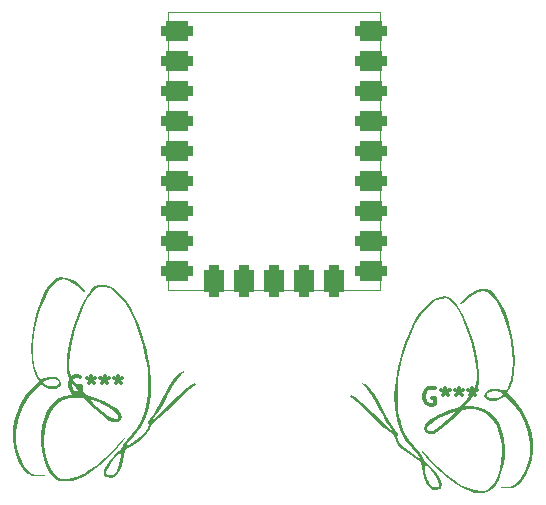
<source format=gto>
G04 #@! TF.GenerationSoftware,KiCad,Pcbnew,9.0.0*
G04 #@! TF.CreationDate,2025-03-22T22:46:10+01:00*
G04 #@! TF.ProjectId,chouchou_mx,63686f75-6368-46f7-955f-6d782e6b6963,v1.0.0*
G04 #@! TF.SameCoordinates,Original*
G04 #@! TF.FileFunction,Legend,Top*
G04 #@! TF.FilePolarity,Positive*
%FSLAX46Y46*%
G04 Gerber Fmt 4.6, Leading zero omitted, Abs format (unit mm)*
G04 Created by KiCad (PCBNEW 9.0.0) date 2025-03-22 22:46:10*
%MOMM*%
%LPD*%
G01*
G04 APERTURE LIST*
G04 Aperture macros list*
%AMRoundRect*
0 Rectangle with rounded corners*
0 $1 Rounding radius*
0 $2 $3 $4 $5 $6 $7 $8 $9 X,Y pos of 4 corners*
0 Add a 4 corners polygon primitive as box body*
4,1,4,$2,$3,$4,$5,$6,$7,$8,$9,$2,$3,0*
0 Add four circle primitives for the rounded corners*
1,1,$1+$1,$2,$3*
1,1,$1+$1,$4,$5*
1,1,$1+$1,$6,$7*
1,1,$1+$1,$8,$9*
0 Add four rect primitives between the rounded corners*
20,1,$1+$1,$2,$3,$4,$5,0*
20,1,$1+$1,$4,$5,$6,$7,0*
20,1,$1+$1,$6,$7,$8,$9,0*
20,1,$1+$1,$8,$9,$2,$3,0*%
G04 Aperture macros list end*
%ADD10C,0.300000*%
%ADD11C,0.000000*%
%ADD12C,0.120000*%
%ADD13C,1.801800*%
%ADD14C,3.100000*%
%ADD15C,4.087800*%
%ADD16C,0.800000*%
%ADD17C,4.500000*%
%ADD18C,2.386000*%
%ADD19RoundRect,0.425000X-0.925000X-0.425000X0.925000X-0.425000X0.925000X0.425000X-0.925000X0.425000X0*%
%ADD20RoundRect,0.425050X-0.924950X-0.425050X0.924950X-0.425050X0.924950X0.425050X-0.924950X0.425050X0*%
%ADD21RoundRect,0.425000X-0.425000X-0.925000X0.425000X-0.925000X0.425000X0.925000X-0.425000X0.925000X0*%
%ADD22RoundRect,0.418700X-0.418700X-0.931300X0.418700X-0.931300X0.418700X0.931300X-0.418700X0.931300X0*%
G04 APERTURE END LIST*
D10*
X195957972Y-161537157D02*
X195815115Y-161465728D01*
X195815115Y-161465728D02*
X195600829Y-161465728D01*
X195600829Y-161465728D02*
X195386543Y-161537157D01*
X195386543Y-161537157D02*
X195243686Y-161680014D01*
X195243686Y-161680014D02*
X195172257Y-161822871D01*
X195172257Y-161822871D02*
X195100829Y-162108585D01*
X195100829Y-162108585D02*
X195100829Y-162322871D01*
X195100829Y-162322871D02*
X195172257Y-162608585D01*
X195172257Y-162608585D02*
X195243686Y-162751442D01*
X195243686Y-162751442D02*
X195386543Y-162894300D01*
X195386543Y-162894300D02*
X195600829Y-162965728D01*
X195600829Y-162965728D02*
X195743686Y-162965728D01*
X195743686Y-162965728D02*
X195957972Y-162894300D01*
X195957972Y-162894300D02*
X196029400Y-162822871D01*
X196029400Y-162822871D02*
X196029400Y-162322871D01*
X196029400Y-162322871D02*
X195743686Y-162322871D01*
X196886543Y-161465728D02*
X196886543Y-161822871D01*
X196529400Y-161680014D02*
X196886543Y-161822871D01*
X196886543Y-161822871D02*
X197243686Y-161680014D01*
X196672257Y-162108585D02*
X196886543Y-161822871D01*
X196886543Y-161822871D02*
X197100829Y-162108585D01*
X198029400Y-161465728D02*
X198029400Y-161822871D01*
X197672257Y-161680014D02*
X198029400Y-161822871D01*
X198029400Y-161822871D02*
X198386543Y-161680014D01*
X197815114Y-162108585D02*
X198029400Y-161822871D01*
X198029400Y-161822871D02*
X198243686Y-162108585D01*
X199172257Y-161465728D02*
X199172257Y-161822871D01*
X198815114Y-161680014D02*
X199172257Y-161822871D01*
X199172257Y-161822871D02*
X199529400Y-161680014D01*
X198957971Y-162108585D02*
X199172257Y-161822871D01*
X199172257Y-161822871D02*
X199386543Y-162108585D01*
X225957972Y-162537157D02*
X225815115Y-162465728D01*
X225815115Y-162465728D02*
X225600829Y-162465728D01*
X225600829Y-162465728D02*
X225386543Y-162537157D01*
X225386543Y-162537157D02*
X225243686Y-162680014D01*
X225243686Y-162680014D02*
X225172257Y-162822871D01*
X225172257Y-162822871D02*
X225100829Y-163108585D01*
X225100829Y-163108585D02*
X225100829Y-163322871D01*
X225100829Y-163322871D02*
X225172257Y-163608585D01*
X225172257Y-163608585D02*
X225243686Y-163751442D01*
X225243686Y-163751442D02*
X225386543Y-163894300D01*
X225386543Y-163894300D02*
X225600829Y-163965728D01*
X225600829Y-163965728D02*
X225743686Y-163965728D01*
X225743686Y-163965728D02*
X225957972Y-163894300D01*
X225957972Y-163894300D02*
X226029400Y-163822871D01*
X226029400Y-163822871D02*
X226029400Y-163322871D01*
X226029400Y-163322871D02*
X225743686Y-163322871D01*
X226886543Y-162465728D02*
X226886543Y-162822871D01*
X226529400Y-162680014D02*
X226886543Y-162822871D01*
X226886543Y-162822871D02*
X227243686Y-162680014D01*
X226672257Y-163108585D02*
X226886543Y-162822871D01*
X226886543Y-162822871D02*
X227100829Y-163108585D01*
X228029400Y-162465728D02*
X228029400Y-162822871D01*
X227672257Y-162680014D02*
X228029400Y-162822871D01*
X228029400Y-162822871D02*
X228386543Y-162680014D01*
X227815114Y-163108585D02*
X228029400Y-162822871D01*
X228029400Y-162822871D02*
X228243686Y-163108585D01*
X229172257Y-162465728D02*
X229172257Y-162822871D01*
X228815114Y-162680014D02*
X229172257Y-162822871D01*
X229172257Y-162822871D02*
X229529400Y-162680014D01*
X228957971Y-163108585D02*
X229172257Y-162822871D01*
X229172257Y-162822871D02*
X229386543Y-163108585D01*
D11*
G36*
X194724503Y-153153915D02*
G01*
X195135463Y-153261648D01*
X195529195Y-153476519D01*
X195951340Y-153817821D01*
X196021426Y-153882509D01*
X196273610Y-154138849D01*
X196404971Y-154312666D01*
X196419788Y-154392348D01*
X196322339Y-154366282D01*
X196116902Y-154222855D01*
X195948622Y-154080129D01*
X195439690Y-153674408D01*
X194989178Y-153421151D01*
X194586731Y-153318084D01*
X194221998Y-153362932D01*
X193884627Y-153553420D01*
X193816442Y-153611573D01*
X193526685Y-153945578D01*
X193229749Y-154418826D01*
X192938236Y-155002387D01*
X192664746Y-155667331D01*
X192421882Y-156384727D01*
X192222246Y-157125645D01*
X192157940Y-157419067D01*
X192053519Y-158053199D01*
X191987561Y-158718271D01*
X191961381Y-159369654D01*
X191976292Y-159962720D01*
X192033607Y-160452841D01*
X192064507Y-160594067D01*
X192216953Y-161099841D01*
X192375877Y-161461664D01*
X192536529Y-161670766D01*
X192675076Y-161721530D01*
X192856487Y-161687632D01*
X193108629Y-161622792D01*
X193176481Y-161602944D01*
X193563241Y-161540521D01*
X193915250Y-161581670D01*
X194187222Y-161717433D01*
X194281395Y-161821545D01*
X194372161Y-162067490D01*
X194323566Y-162279318D01*
X194164003Y-162445974D01*
X193921867Y-162556400D01*
X193625553Y-162599541D01*
X193303454Y-162564340D01*
X192983965Y-162439740D01*
X192873498Y-162369763D01*
X192608334Y-162180949D01*
X192186625Y-162594008D01*
X191594702Y-163286453D01*
X191117330Y-164079377D01*
X190770203Y-164938439D01*
X190569013Y-165829298D01*
X190531103Y-166216628D01*
X190530289Y-166999833D01*
X190631168Y-167691268D01*
X190842194Y-168340516D01*
X190925190Y-168527962D01*
X191221887Y-169086254D01*
X191523021Y-169488197D01*
X191844563Y-169746385D01*
X192202485Y-169873410D01*
X192612755Y-169881865D01*
X192638654Y-169878964D01*
X192885613Y-169862980D01*
X193000269Y-169886126D01*
X193001468Y-169911066D01*
X192896713Y-169953298D01*
X192673711Y-169982602D01*
X192418773Y-169992067D01*
X192089694Y-169979005D01*
X191855318Y-169926094D01*
X191642118Y-169812751D01*
X191550626Y-169749022D01*
X191148166Y-169360824D01*
X190811216Y-168842215D01*
X190547471Y-168221940D01*
X190364626Y-167528746D01*
X190270376Y-166791380D01*
X190272418Y-166038587D01*
X190369905Y-165338379D01*
X190580486Y-164631350D01*
X190902793Y-163907820D01*
X191308828Y-163216686D01*
X191770590Y-162606847D01*
X192160677Y-162210921D01*
X192354244Y-162040968D01*
X192792067Y-162040968D01*
X192868382Y-162162877D01*
X193065189Y-162261898D01*
X193334276Y-162329765D01*
X193627435Y-162358212D01*
X193896455Y-162338972D01*
X194092826Y-162264000D01*
X194194910Y-162114385D01*
X194187591Y-162017752D01*
X194053617Y-161868050D01*
X193823654Y-161759215D01*
X193570568Y-161719342D01*
X193454475Y-161735057D01*
X193119962Y-161843726D01*
X192889917Y-161947307D01*
X192793316Y-162032419D01*
X192792067Y-162040968D01*
X192354244Y-162040968D01*
X192457189Y-161950581D01*
X192236885Y-161515833D01*
X191986280Y-160853211D01*
X191840433Y-160067262D01*
X191799829Y-159168077D01*
X191864949Y-158165748D01*
X192026685Y-157119411D01*
X192216316Y-156297138D01*
X192450777Y-155535963D01*
X192721272Y-154851652D01*
X193019003Y-154259969D01*
X193335173Y-153776679D01*
X193660984Y-153417546D01*
X193987638Y-153198337D01*
X194250675Y-153134028D01*
X194724503Y-153153915D01*
G37*
G36*
X198076534Y-153759155D02*
G01*
X198392885Y-153843695D01*
X198715668Y-154023534D01*
X199072793Y-154314343D01*
X199492170Y-154731795D01*
X199506279Y-154746729D01*
X199904718Y-155214408D01*
X200226045Y-155706509D01*
X200443911Y-156128021D01*
X200913832Y-157200205D01*
X201305366Y-158271847D01*
X201599315Y-159289310D01*
X201645597Y-159485523D01*
X201886529Y-160789651D01*
X201995698Y-161989844D01*
X201972613Y-163089135D01*
X201816782Y-164090555D01*
X201527713Y-164997135D01*
X201104914Y-165811907D01*
X200547893Y-166537902D01*
X200491721Y-166598396D01*
X200249025Y-166863498D01*
X200046158Y-167099090D01*
X199916243Y-167266196D01*
X199893738Y-167302032D01*
X199847050Y-167405286D01*
X199890070Y-167414351D01*
X200050059Y-167337137D01*
X200330686Y-167167800D01*
X200665490Y-166930590D01*
X201007562Y-166662639D01*
X201309994Y-166401078D01*
X201525876Y-166183038D01*
X201557798Y-166143679D01*
X201713083Y-165877166D01*
X201763696Y-165642585D01*
X201702871Y-165479629D01*
X201674709Y-165457853D01*
X201665329Y-165364412D01*
X201785002Y-165191385D01*
X201836373Y-165135356D01*
X201995589Y-164949480D01*
X202170566Y-164703755D01*
X202373762Y-164377626D01*
X202617637Y-163950539D01*
X202914649Y-163401939D01*
X203100747Y-163049400D01*
X203473738Y-162372206D01*
X203803588Y-161848422D01*
X204097190Y-161469688D01*
X204361439Y-161227641D01*
X204603227Y-161113921D01*
X204705921Y-161102383D01*
X204764523Y-161128772D01*
X204673971Y-161211896D01*
X204592821Y-161263831D01*
X204451804Y-161373514D01*
X204297375Y-161545939D01*
X204117893Y-161798965D01*
X203901717Y-162150453D01*
X203637206Y-162618263D01*
X203312719Y-163220256D01*
X203291070Y-163261067D01*
X202929536Y-163919988D01*
X202612617Y-164445322D01*
X202324710Y-164861747D01*
X202114102Y-165122410D01*
X201893734Y-165375086D01*
X202105400Y-165209860D01*
X202226772Y-165103328D01*
X202447962Y-164897672D01*
X202748209Y-164612657D01*
X203106754Y-164268049D01*
X203502835Y-163883613D01*
X203671734Y-163718605D01*
X204211929Y-163197024D01*
X204650515Y-162790717D01*
X204999855Y-162489717D01*
X205272310Y-162284059D01*
X205480241Y-162163780D01*
X205636011Y-162118913D01*
X205657196Y-162118067D01*
X205745445Y-162156698D01*
X205714780Y-162240786D01*
X205587691Y-162322626D01*
X205555567Y-162333662D01*
X205440961Y-162409355D01*
X205229232Y-162588024D01*
X204940884Y-162850832D01*
X204596418Y-163178942D01*
X204216337Y-163553517D01*
X204095067Y-163675538D01*
X203687736Y-164079686D01*
X203289865Y-164460420D01*
X202927156Y-164794188D01*
X202625314Y-165057438D01*
X202410043Y-165226618D01*
X202380567Y-165246496D01*
X202107164Y-165449666D01*
X201957719Y-165621357D01*
X201936067Y-165692530D01*
X201858414Y-165990048D01*
X201635454Y-166326592D01*
X201282185Y-166686638D01*
X200813607Y-167054660D01*
X200306234Y-167379552D01*
X200035742Y-167549728D01*
X199833908Y-167699744D01*
X199736772Y-167802182D01*
X199733031Y-167815635D01*
X199694968Y-168216444D01*
X199604539Y-168679662D01*
X199480220Y-169125920D01*
X199351828Y-169453208D01*
X199109526Y-169832164D01*
X198831470Y-170068821D01*
X198534143Y-170155310D01*
X198234023Y-170083759D01*
X198144906Y-170029599D01*
X197991551Y-169838800D01*
X197983585Y-169708883D01*
X198177895Y-169708883D01*
X198184185Y-169791003D01*
X198298449Y-169882170D01*
X198500523Y-169905468D01*
X198724826Y-169864758D01*
X198905776Y-169763903D01*
X198921802Y-169747568D01*
X199056446Y-169545572D01*
X199180848Y-169267072D01*
X199286140Y-168949784D01*
X199363454Y-168631424D01*
X199403922Y-168349708D01*
X199398675Y-168142353D01*
X199338847Y-168047073D01*
X199322183Y-168044734D01*
X199178508Y-168115542D01*
X198988215Y-168303404D01*
X198775315Y-168571473D01*
X198563822Y-168882902D01*
X198377746Y-169200844D01*
X198241100Y-169488454D01*
X198177895Y-169708883D01*
X197983585Y-169708883D01*
X197975144Y-169571227D01*
X198096165Y-169218330D01*
X198201900Y-169018400D01*
X198356967Y-168786252D01*
X198566819Y-168520064D01*
X198800324Y-168253628D01*
X199026354Y-168020737D01*
X199213779Y-167855183D01*
X199331468Y-167790758D01*
X199332840Y-167790734D01*
X199403253Y-167719804D01*
X199505773Y-167538981D01*
X199566371Y-167407469D01*
X199698274Y-167176246D01*
X199914869Y-166875996D01*
X200179439Y-166555733D01*
X200319899Y-166401659D01*
X200761934Y-165877566D01*
X201102170Y-165332090D01*
X201367474Y-164714658D01*
X201562632Y-164062521D01*
X201648305Y-163589279D01*
X201701658Y-162996246D01*
X201722652Y-162329860D01*
X201711249Y-161636559D01*
X201667410Y-160962780D01*
X201591095Y-160354960D01*
X201565853Y-160213067D01*
X201292997Y-158984701D01*
X200966315Y-157862402D01*
X200590994Y-156858569D01*
X200172224Y-155985605D01*
X199715191Y-155255910D01*
X199270980Y-154727422D01*
X198991429Y-154462980D01*
X198716103Y-154232503D01*
X198492566Y-154074954D01*
X198439158Y-154046027D01*
X198037989Y-153926971D01*
X197622274Y-153921962D01*
X197327103Y-154003026D01*
X197090720Y-154184374D01*
X196833403Y-154510636D01*
X196563804Y-154959997D01*
X196290578Y-155510642D01*
X196022376Y-156140758D01*
X195767851Y-156828529D01*
X195535658Y-157552140D01*
X195334449Y-158289778D01*
X195172877Y-159019627D01*
X195059677Y-159719232D01*
X195006021Y-160377407D01*
X195035094Y-160920295D01*
X195154077Y-161384151D01*
X195370150Y-161805235D01*
X195512411Y-162005338D01*
X195844033Y-162427160D01*
X196106396Y-162734500D01*
X196327920Y-162951197D01*
X196537022Y-163101091D01*
X196762122Y-163208020D01*
X197031640Y-163295823D01*
X197060623Y-163304046D01*
X197498798Y-163449204D01*
X197963320Y-163639604D01*
X198414732Y-163855316D01*
X198813576Y-164076413D01*
X199120395Y-164282964D01*
X199269031Y-164419465D01*
X199438485Y-164709735D01*
X199475512Y-164989094D01*
X199390636Y-165223098D01*
X199194379Y-165377303D01*
X198963313Y-165420067D01*
X198710513Y-165383753D01*
X198430383Y-165266565D01*
X198104253Y-165056135D01*
X197713456Y-164740095D01*
X197239322Y-164306076D01*
X197143978Y-164214749D01*
X196446744Y-163543192D01*
X196904311Y-163543192D01*
X196917452Y-163617754D01*
X197060592Y-163782347D01*
X197327947Y-164041411D01*
X197364067Y-164075282D01*
X197881173Y-164533658D01*
X198322620Y-164871618D01*
X198682533Y-165086047D01*
X198955037Y-165173828D01*
X199134255Y-165131843D01*
X199193577Y-165045683D01*
X199182160Y-164848808D01*
X199022495Y-164619316D01*
X198729581Y-164369584D01*
X198318416Y-164111990D01*
X197803997Y-163858913D01*
X197702734Y-163815275D01*
X197291167Y-163646394D01*
X197026954Y-163554219D01*
X196904311Y-163543192D01*
X196446744Y-163543192D01*
X196249124Y-163352850D01*
X195716808Y-163318954D01*
X195066943Y-163339593D01*
X194518158Y-163492712D01*
X194062965Y-163780842D01*
X193909782Y-163929711D01*
X193447420Y-164550542D01*
X193125051Y-165259664D01*
X192941464Y-166060958D01*
X192895447Y-166958307D01*
X192902961Y-167155734D01*
X192985216Y-167912912D01*
X193143998Y-168595778D01*
X193370598Y-169184138D01*
X193656310Y-169657801D01*
X193992427Y-169996573D01*
X194176354Y-170108912D01*
X194368390Y-170190983D01*
X194546276Y-170225863D01*
X194769774Y-170217441D01*
X195098649Y-170169607D01*
X195101559Y-170169126D01*
X195669527Y-170023977D01*
X196231629Y-169790825D01*
X196274794Y-169768542D01*
X196740063Y-169485266D01*
X197269298Y-169098903D01*
X197824506Y-168641563D01*
X198367695Y-168145357D01*
X198860871Y-167642392D01*
X199070733Y-167405582D01*
X199334569Y-167105534D01*
X199539941Y-166889961D01*
X199676304Y-166765563D01*
X199733113Y-166739041D01*
X199699823Y-166817094D01*
X199565890Y-167006423D01*
X199434015Y-167174750D01*
X198865105Y-167832059D01*
X198246530Y-168456235D01*
X197604172Y-169026250D01*
X196963912Y-169521080D01*
X196351632Y-169919698D01*
X195793212Y-170201078D01*
X195634651Y-170261363D01*
X195179103Y-170371066D01*
X194704934Y-170405243D01*
X194272394Y-170363467D01*
X193992609Y-170273011D01*
X193639443Y-170010872D01*
X193330678Y-169609816D01*
X193072018Y-169095779D01*
X192869165Y-168494699D01*
X192727825Y-167832510D01*
X192653700Y-167135149D01*
X192652496Y-166428552D01*
X192729915Y-165738655D01*
X192868698Y-165162475D01*
X193157625Y-164461248D01*
X193541037Y-163898949D01*
X194016758Y-163477298D01*
X194582614Y-163198012D01*
X195236430Y-163062811D01*
X195542736Y-163049400D01*
X196017088Y-163049400D01*
X195590356Y-162522009D01*
X195284454Y-162125884D01*
X195077308Y-161798121D01*
X194948338Y-161486949D01*
X194876962Y-161140593D01*
X194842601Y-160707282D01*
X194839422Y-160632977D01*
X194866405Y-159762541D01*
X195007425Y-158802896D01*
X195255038Y-157782801D01*
X195601802Y-156731016D01*
X196040272Y-155676300D01*
X196219402Y-155300889D01*
X196503261Y-154756990D01*
X196754127Y-154353942D01*
X196991717Y-154071672D01*
X197235747Y-153890110D01*
X197505933Y-153789184D01*
X197738704Y-153754243D01*
X198076534Y-153759155D01*
G37*
G36*
X230308125Y-154134028D02*
G01*
X230628882Y-154226369D01*
X230956030Y-154471596D01*
X231280770Y-154853944D01*
X231594306Y-155357648D01*
X231887839Y-155966943D01*
X232152574Y-156666066D01*
X232379711Y-157439250D01*
X232532116Y-158119411D01*
X232698850Y-159210988D01*
X232759398Y-160209075D01*
X232714243Y-161103582D01*
X232563867Y-161884418D01*
X232321915Y-162515833D01*
X232101612Y-162950581D01*
X232398123Y-163210921D01*
X232884284Y-163720703D01*
X233337080Y-164350836D01*
X233728512Y-165052421D01*
X234030582Y-165776561D01*
X234188896Y-166338379D01*
X234289089Y-167079311D01*
X234285714Y-167832004D01*
X234186465Y-168567713D01*
X233999037Y-169257691D01*
X233731127Y-169873192D01*
X233390428Y-170385469D01*
X233008174Y-170749022D01*
X232783615Y-170890955D01*
X232566034Y-170964574D01*
X232281904Y-170990462D01*
X232140027Y-170992067D01*
X231854928Y-170980105D01*
X231642980Y-170948946D01*
X231557332Y-170911066D01*
X231599268Y-170869520D01*
X231784375Y-170866143D01*
X231920146Y-170878964D01*
X232333965Y-170877040D01*
X232694503Y-170757280D01*
X233017729Y-170507093D01*
X233319616Y-170113885D01*
X233616133Y-169565065D01*
X233633610Y-169527962D01*
X233878155Y-168881674D01*
X234010103Y-168207576D01*
X234037906Y-167456085D01*
X234027698Y-167216628D01*
X233894634Y-166322655D01*
X233608831Y-165445596D01*
X233185981Y-164619790D01*
X232641778Y-163879580D01*
X232372175Y-163594008D01*
X231950467Y-163180949D01*
X231685302Y-163369763D01*
X231373846Y-163529774D01*
X231049409Y-163596348D01*
X230740385Y-163580541D01*
X230475168Y-163493411D01*
X230282152Y-163346012D01*
X230189732Y-163149402D01*
X230210239Y-163017752D01*
X230371209Y-163017752D01*
X230382101Y-163172157D01*
X230520949Y-163287070D01*
X230749419Y-163354958D01*
X231029178Y-163368289D01*
X231321891Y-163319529D01*
X231516938Y-163242893D01*
X231687347Y-163135237D01*
X231766102Y-163046968D01*
X231766734Y-163041498D01*
X231688482Y-162959135D01*
X231472811Y-162856797D01*
X231148343Y-162747723D01*
X231104325Y-162735057D01*
X230867894Y-162728187D01*
X230616863Y-162804826D01*
X230424095Y-162936877D01*
X230371209Y-163017752D01*
X230210239Y-163017752D01*
X230226302Y-162914637D01*
X230277405Y-162821545D01*
X230490371Y-162640469D01*
X230806739Y-162549384D01*
X231181223Y-162557249D01*
X231382319Y-162602944D01*
X231706211Y-162690996D01*
X231914847Y-162710871D01*
X232051478Y-162653969D01*
X232159354Y-162511688D01*
X232198004Y-162440734D01*
X232425942Y-161848319D01*
X232560520Y-161136861D01*
X232602482Y-160328092D01*
X232552571Y-159443748D01*
X232411530Y-158505562D01*
X232180103Y-157535267D01*
X232011465Y-156986473D01*
X231775077Y-156351633D01*
X231506621Y-155759016D01*
X231223646Y-155241462D01*
X230943699Y-154831809D01*
X230742359Y-154611573D01*
X230409409Y-154390859D01*
X230051266Y-154315308D01*
X229657578Y-154387195D01*
X229217994Y-154608795D01*
X228722160Y-154982384D01*
X228610179Y-155080129D01*
X228343635Y-155297492D01*
X228182580Y-155390709D01*
X228131292Y-155371394D01*
X228194050Y-155251159D01*
X228375130Y-155041618D01*
X228537374Y-154882509D01*
X228967906Y-154520131D01*
X229363030Y-154287140D01*
X229768389Y-154164242D01*
X230229624Y-154132147D01*
X230308125Y-154134028D01*
G37*
G36*
X226820096Y-154754243D02*
G01*
X227123009Y-154807676D01*
X227384912Y-154926625D01*
X227625522Y-155131162D01*
X227864555Y-155441357D01*
X228121727Y-155877282D01*
X228339398Y-156300889D01*
X228809106Y-157349610D01*
X229189789Y-158405767D01*
X229474005Y-159440601D01*
X229654312Y-160425355D01*
X229723265Y-161331267D01*
X229719378Y-161632977D01*
X229688730Y-162083471D01*
X229624099Y-162439384D01*
X229504905Y-162752488D01*
X229310566Y-163074555D01*
X229020503Y-163457360D01*
X228968444Y-163522009D01*
X228541712Y-164049400D01*
X229016064Y-164049400D01*
X229625788Y-164097362D01*
X230139604Y-164250372D01*
X230588252Y-164510462D01*
X231039153Y-164938501D01*
X231401455Y-165488200D01*
X231671784Y-166134896D01*
X231846767Y-166853926D01*
X231923031Y-167620627D01*
X231897202Y-168410336D01*
X231765907Y-169198391D01*
X231525772Y-169960128D01*
X231379090Y-170292313D01*
X231123414Y-170753209D01*
X230860775Y-171070409D01*
X230559477Y-171267732D01*
X230187821Y-171369000D01*
X229913410Y-171393764D01*
X229309974Y-171363982D01*
X228924149Y-171265757D01*
X228374724Y-171014850D01*
X227764965Y-170639783D01*
X227121124Y-170161913D01*
X226469455Y-169602601D01*
X225836213Y-168983206D01*
X225247652Y-168325085D01*
X225124785Y-168174750D01*
X224925922Y-167915986D01*
X224833980Y-167772488D01*
X224838415Y-167737554D01*
X224928683Y-167804485D01*
X225094237Y-167966580D01*
X225324534Y-168217139D01*
X225488067Y-168405582D01*
X225943302Y-168900260D01*
X226466978Y-169403754D01*
X227021101Y-169883956D01*
X227567679Y-170308755D01*
X228068719Y-170646042D01*
X228284006Y-170768542D01*
X228840308Y-171007258D01*
X229412271Y-171161317D01*
X229457241Y-171169126D01*
X229787096Y-171217232D01*
X230011143Y-171225953D01*
X230189144Y-171191401D01*
X230380863Y-171109685D01*
X230382446Y-171108912D01*
X230747381Y-170841512D01*
X231057099Y-170438782D01*
X231307574Y-169926802D01*
X231494781Y-169331653D01*
X231614692Y-168679415D01*
X231663283Y-167996168D01*
X231636526Y-167307993D01*
X231530396Y-166640971D01*
X231340866Y-166021181D01*
X231212146Y-165734339D01*
X230850760Y-165155138D01*
X230427666Y-164731222D01*
X229932903Y-164456642D01*
X229356512Y-164325451D01*
X228841992Y-164318954D01*
X228309677Y-164352850D01*
X227414822Y-165214749D01*
X226923756Y-165671250D01*
X226519378Y-166007552D01*
X226183018Y-166236024D01*
X225896007Y-166369035D01*
X225639677Y-166418952D01*
X225595487Y-166420067D01*
X225317422Y-166354859D01*
X225142288Y-166182198D01*
X225088476Y-165967865D01*
X225345627Y-165967865D01*
X225402687Y-166106518D01*
X225564184Y-166155736D01*
X225807526Y-166110441D01*
X226110116Y-165965555D01*
X226185385Y-165917831D01*
X226413867Y-165748714D01*
X226714338Y-165502269D01*
X227037669Y-165219506D01*
X227194734Y-165075282D01*
X227472333Y-164811461D01*
X227634881Y-164643854D01*
X227694051Y-164556360D01*
X227661516Y-164532878D01*
X227575734Y-164549786D01*
X227171897Y-164683790D01*
X226738925Y-164868059D01*
X226312994Y-165082582D01*
X225930278Y-165307345D01*
X225626953Y-165522333D01*
X225439193Y-165707535D01*
X225415599Y-165744853D01*
X225345627Y-165967865D01*
X225088476Y-165967865D01*
X225080608Y-165936528D01*
X225142906Y-165652293D01*
X225289770Y-165419465D01*
X225498923Y-165237671D01*
X225830461Y-165025999D01*
X226244926Y-164804376D01*
X226702860Y-164592732D01*
X227164807Y-164410995D01*
X227498177Y-164304046D01*
X227773400Y-164216820D01*
X228001502Y-164112736D01*
X228210903Y-163967956D01*
X228430022Y-163758639D01*
X228687278Y-163460946D01*
X229011089Y-163051040D01*
X229046390Y-163005338D01*
X229312255Y-162591951D01*
X229477540Y-162153416D01*
X229549424Y-161653477D01*
X229535088Y-161055875D01*
X229499123Y-160719232D01*
X229386190Y-160021382D01*
X229224960Y-159292353D01*
X229024163Y-158554460D01*
X228792532Y-157830017D01*
X228538798Y-157141340D01*
X228271693Y-156510742D01*
X227999948Y-155960538D01*
X227732294Y-155513043D01*
X227477465Y-155190571D01*
X227272483Y-155028823D01*
X226895079Y-154919775D01*
X226470617Y-154934841D01*
X226119642Y-155046027D01*
X225923082Y-155171596D01*
X225659324Y-155382715D01*
X225375934Y-155640420D01*
X225287821Y-155727422D01*
X224800513Y-156316145D01*
X224346752Y-157059410D01*
X223931727Y-157944813D01*
X223560624Y-158959955D01*
X223238632Y-160092433D01*
X222992947Y-161213067D01*
X222908158Y-161796055D01*
X222855855Y-162457111D01*
X222835997Y-163149797D01*
X222848548Y-163827676D01*
X222893467Y-164444311D01*
X222970717Y-164953264D01*
X222996169Y-165062521D01*
X223217328Y-165786728D01*
X223489468Y-166393899D01*
X223839458Y-166934605D01*
X224238902Y-167401659D01*
X224513755Y-167713375D01*
X224759214Y-168029876D01*
X224938559Y-168302151D01*
X224992430Y-168407469D01*
X225100169Y-168628919D01*
X225192176Y-168767348D01*
X225225960Y-168790734D01*
X225342006Y-168852886D01*
X225528385Y-169016817D01*
X225753966Y-169248733D01*
X225987622Y-169514843D01*
X226198220Y-169781354D01*
X226354633Y-170014474D01*
X226356901Y-170018400D01*
X226543352Y-170414810D01*
X226592145Y-170721835D01*
X226503763Y-170948025D01*
X226413895Y-171029599D01*
X226116188Y-171150662D01*
X225816271Y-171111297D01*
X225530626Y-170919375D01*
X225275733Y-170582766D01*
X225206972Y-170453208D01*
X225067793Y-170092620D01*
X224945511Y-169642074D01*
X224882393Y-169307172D01*
X225152255Y-169307172D01*
X225185396Y-169578645D01*
X225256929Y-169893334D01*
X225357984Y-170213522D01*
X225479694Y-170501492D01*
X225613192Y-170719530D01*
X225636998Y-170747568D01*
X225808108Y-170855539D01*
X226030620Y-170903839D01*
X226238954Y-170888606D01*
X226367527Y-170805978D01*
X226374616Y-170791003D01*
X226364618Y-170625999D01*
X226267346Y-170372589D01*
X226106812Y-170067621D01*
X225907028Y-169747941D01*
X225692006Y-169450395D01*
X225485759Y-169211831D01*
X225312297Y-169069094D01*
X225236617Y-169044734D01*
X225166372Y-169116629D01*
X225152255Y-169307172D01*
X224882393Y-169307172D01*
X224858601Y-169180934D01*
X224825769Y-168815635D01*
X224756563Y-168727374D01*
X224574714Y-168585491D01*
X224316261Y-168417403D01*
X224252567Y-168379552D01*
X223693118Y-168017613D01*
X223235494Y-167649692D01*
X222894692Y-167291314D01*
X222685712Y-166958003D01*
X222622734Y-166692530D01*
X222547963Y-166546326D01*
X222337878Y-166357244D01*
X222178234Y-166246496D01*
X221982672Y-166098228D01*
X221695569Y-165851334D01*
X221342628Y-165529368D01*
X220949552Y-165155881D01*
X220542046Y-164754424D01*
X220463734Y-164675538D01*
X220076802Y-164290429D01*
X219719161Y-163945974D01*
X219411312Y-163661009D01*
X219173758Y-163454372D01*
X219027000Y-163344898D01*
X219003234Y-163333662D01*
X218860843Y-163257436D01*
X218810738Y-163170179D01*
X218875404Y-163119596D01*
X218901605Y-163118067D01*
X219050080Y-163151643D01*
X219248713Y-163259017D01*
X219509865Y-163450152D01*
X219845897Y-163735013D01*
X220269171Y-164123567D01*
X220792049Y-164625778D01*
X220887067Y-164718605D01*
X221292559Y-165113683D01*
X221669050Y-165477060D01*
X221995780Y-165788969D01*
X222251987Y-166029646D01*
X222416912Y-166179326D01*
X222453400Y-166209860D01*
X222665067Y-166375086D01*
X222444698Y-166122410D01*
X222176442Y-165782817D01*
X221889987Y-165353876D01*
X221570040Y-164811352D01*
X221270020Y-164261067D01*
X220940612Y-163649797D01*
X220671901Y-163173847D01*
X220452266Y-162815419D01*
X220270089Y-162556718D01*
X220113749Y-162379947D01*
X219971627Y-162267311D01*
X219965980Y-162263831D01*
X219813032Y-162155543D01*
X219811175Y-162106757D01*
X219852879Y-162102383D01*
X220086853Y-162161415D01*
X220340204Y-162345032D01*
X220619826Y-162661598D01*
X220932611Y-163119472D01*
X221285455Y-163727018D01*
X221458053Y-164049400D01*
X221788801Y-164671863D01*
X222059709Y-165161756D01*
X222283238Y-165539635D01*
X222471845Y-165826054D01*
X222637990Y-166041568D01*
X222722427Y-166135356D01*
X222874297Y-166326162D01*
X222899504Y-166442149D01*
X222884092Y-166457853D01*
X222798523Y-166600309D01*
X222825841Y-166822892D01*
X222959280Y-167085907D01*
X223001003Y-167143679D01*
X223190877Y-167346769D01*
X223477883Y-167601757D01*
X223815111Y-167871510D01*
X224155652Y-168118897D01*
X224452597Y-168306787D01*
X224508741Y-168337137D01*
X224669743Y-168414719D01*
X224711675Y-168404707D01*
X224665062Y-168302032D01*
X224569454Y-168169057D01*
X224388990Y-167953590D01*
X224156793Y-167694606D01*
X224067079Y-167598396D01*
X223498073Y-166880165D01*
X223063332Y-166073428D01*
X222762365Y-165175153D01*
X222594679Y-164182308D01*
X222559784Y-163091863D01*
X222657187Y-161900784D01*
X222886397Y-160606042D01*
X222913203Y-160485523D01*
X223184871Y-159485713D01*
X223558043Y-158420774D01*
X224013520Y-157344344D01*
X224114889Y-157128021D01*
X224415562Y-156565789D01*
X224752241Y-156088535D01*
X225052522Y-155746729D01*
X225474243Y-155325156D01*
X225832859Y-155030705D01*
X226156279Y-154847704D01*
X226472413Y-154760481D01*
X226809172Y-154753365D01*
X226820096Y-154754243D01*
G37*
D12*
X203380000Y-130710000D02*
X203380000Y-154210000D01*
X203380000Y-154210000D02*
X221380000Y-154210000D01*
X221380000Y-130710000D02*
X203380000Y-130710000D01*
X221380000Y-154210000D02*
X221380000Y-130710000D01*
%LPC*%
D13*
X246600289Y-117685122D03*
D14*
X246727381Y-114848161D03*
D15*
X251241100Y-115618900D03*
D14*
X251495283Y-109944978D03*
D13*
X255881911Y-113552678D03*
D16*
X138497107Y-106971967D03*
X139350280Y-106040892D03*
X138552192Y-108233620D03*
X140611933Y-105985807D03*
D17*
X140047600Y-107536300D03*
D16*
X139483267Y-109086793D03*
X141543008Y-106838980D03*
X140744920Y-109031708D03*
X141598093Y-108100633D03*
D13*
X274278806Y-132237301D03*
D14*
X274504829Y-129406504D03*
D15*
X278988900Y-130334300D03*
D14*
X279440945Y-124672705D03*
D13*
X283698994Y-128431299D03*
X172544886Y-184806465D03*
D14*
X170703032Y-182644966D03*
D15*
X174529800Y-180130300D03*
D14*
X170846092Y-175807304D03*
D13*
X176514714Y-175454135D03*
X168558189Y-113552678D03*
D14*
X170751503Y-111748828D03*
D15*
X173199000Y-115618900D03*
D14*
X177585628Y-112011200D03*
D13*
X177839811Y-117685122D03*
X134171039Y-118726262D03*
D15*
X129397400Y-116988800D03*
D13*
X124623761Y-115251338D03*
D18*
X125273117Y-120893707D03*
X132108898Y-120678716D03*
D13*
X183841626Y-128933075D03*
D14*
X186096557Y-127206869D03*
D15*
X188407500Y-131160000D03*
D14*
X192917362Y-127707589D03*
D13*
X192973374Y-133386925D03*
X239817626Y-150508925D03*
D14*
X239845632Y-147669257D03*
D15*
X244383500Y-148282000D03*
D14*
X244439511Y-142602664D03*
D13*
X248949374Y-146055075D03*
X254348589Y-135088222D03*
D14*
X254475681Y-132251261D03*
D15*
X258989400Y-133022000D03*
D14*
X259243583Y-127348078D03*
D13*
X263630211Y-130955778D03*
X251895114Y-184806465D03*
D15*
X249910200Y-180130300D03*
D13*
X247925286Y-175454135D03*
D18*
X244241578Y-179777132D03*
X249060803Y-184629881D03*
D13*
X263630211Y-130955778D03*
D15*
X258989400Y-133022000D03*
D13*
X254348589Y-135088222D03*
D18*
X258735217Y-138695922D03*
X263503119Y-133792739D03*
D16*
X262576450Y-145135215D03*
X262543393Y-143872793D03*
X263492493Y-146004507D03*
X263412685Y-142956750D03*
D17*
X264083800Y-144464100D03*
D16*
X264754915Y-145971450D03*
X264675107Y-142923693D03*
X265624207Y-145055407D03*
X265591150Y-143792985D03*
D13*
X255881911Y-113552678D03*
D15*
X251241100Y-115618900D03*
D13*
X246600289Y-117685122D03*
D18*
X250986917Y-121292822D03*
X255754819Y-116389639D03*
D13*
X170091411Y-135088222D03*
D15*
X165450600Y-133022000D03*
D13*
X160809789Y-130955778D03*
D18*
X161063972Y-136629700D03*
X167898097Y-136892072D03*
D13*
X283698994Y-128431299D03*
D15*
X278988900Y-130334300D03*
D13*
X274278806Y-132237301D03*
D18*
X278536855Y-135995895D03*
X283472971Y-131262096D03*
D13*
X124623761Y-115251338D03*
D14*
X126685902Y-113298884D03*
D15*
X129397400Y-116988800D03*
D14*
X133521683Y-113083893D03*
D13*
X134171039Y-118726262D03*
D16*
X184028390Y-115672988D03*
X183951295Y-116933486D03*
X184974214Y-114836195D03*
X186234712Y-114913290D03*
D17*
X185511400Y-116396300D03*
D16*
X184788088Y-117879310D03*
X186048586Y-117956405D03*
X187071505Y-115859114D03*
X186994410Y-117119612D03*
D13*
X118108261Y-133152438D03*
D14*
X120170402Y-131199984D03*
D15*
X122881900Y-134889900D03*
D14*
X127006183Y-130984993D03*
D13*
X127655539Y-136627362D03*
X247925286Y-175454135D03*
D14*
X250759597Y-175630719D03*
D15*
X249910200Y-180130300D03*
D14*
X255578822Y-180483468D03*
D13*
X251895114Y-184806465D03*
X176514714Y-175454135D03*
D15*
X174529800Y-180130300D03*
D13*
X172544886Y-184806465D03*
D18*
X178213508Y-184453296D03*
X178356568Y-177615634D03*
D13*
X140741006Y-128431299D03*
D14*
X142870030Y-126552002D03*
D15*
X145451100Y-130334300D03*
D14*
X149709148Y-126575707D03*
D13*
X150161194Y-132237301D03*
X157297494Y-114574501D03*
D15*
X152587400Y-112671500D03*
D13*
X147877306Y-110768499D03*
D18*
X148329352Y-116430093D03*
X155168470Y-116453798D03*
D13*
X276562694Y-110768499D03*
D15*
X271852600Y-112671500D03*
D13*
X267142506Y-114574501D03*
D18*
X271400555Y-118333095D03*
X276336671Y-113599296D03*
D13*
X127655539Y-136627362D03*
D15*
X122881900Y-134889900D03*
D13*
X118108261Y-133152438D03*
D18*
X118757617Y-138794807D03*
X125593398Y-138579816D03*
D13*
X177839811Y-117685122D03*
D15*
X173199000Y-115618900D03*
D13*
X168558189Y-113552678D03*
D18*
X168812372Y-119226600D03*
X175646497Y-119488972D03*
D13*
X290268961Y-118726262D03*
D14*
X290593640Y-115905077D03*
D15*
X295042600Y-116988800D03*
D14*
X295691957Y-111346430D03*
D13*
X299816239Y-115251338D03*
X306331739Y-133152438D03*
D15*
X301558100Y-134889900D03*
D13*
X296784461Y-136627362D03*
D18*
X300908743Y-140532270D03*
X306007060Y-135973623D03*
D13*
X190080586Y-192249865D03*
D14*
X188238732Y-190088366D03*
D15*
X192065500Y-187573700D03*
D14*
X188381792Y-183250704D03*
D13*
X194050414Y-182897535D03*
D19*
X220600000Y-132300000D03*
X220600000Y-132300000D03*
X220600000Y-134840000D03*
X220600000Y-134840000D03*
X220600000Y-137380000D03*
X220600000Y-137380000D03*
X220600000Y-139920000D03*
X220600000Y-139920000D03*
X220600000Y-142460000D03*
X220600000Y-142460000D03*
D20*
X220600000Y-145000000D03*
X220600000Y-145000000D03*
X220600000Y-147540000D03*
X220600000Y-147540000D03*
X220600000Y-150080000D03*
X220600000Y-150080000D03*
X220600000Y-152620000D03*
X220600000Y-152620000D03*
D21*
X217460000Y-153430000D03*
X217460000Y-153430000D03*
D22*
X214920000Y-153430000D03*
X214920000Y-153430000D03*
X212380000Y-153430000D03*
X212380000Y-153430000D03*
X209840000Y-153430000D03*
X209840000Y-153430000D03*
X207300000Y-153430000D03*
X207300000Y-153430000D03*
D20*
X204160000Y-152620000D03*
X204160000Y-152620000D03*
X204160000Y-150080000D03*
X204160000Y-150080000D03*
X204160000Y-147540000D03*
X204160000Y-147540000D03*
X204160000Y-145000000D03*
X204160000Y-145000000D03*
X204160000Y-132300000D03*
X204160000Y-132300000D03*
X204160000Y-134840000D03*
X204160000Y-134840000D03*
X204160000Y-137380000D03*
X204160000Y-137380000D03*
X204160000Y-142460000D03*
X204160000Y-142460000D03*
X204160000Y-139920000D03*
X204160000Y-139920000D03*
D13*
X194050414Y-182897535D03*
D15*
X192065500Y-187573700D03*
D13*
X190080586Y-192249865D03*
D18*
X195749208Y-191896696D03*
X195892268Y-185059034D03*
D16*
X177758994Y-196900133D03*
X176873847Y-195999401D03*
X179021801Y-196911153D03*
X176884867Y-194736594D03*
D17*
X178403700Y-195381300D03*
D16*
X179922533Y-196026006D03*
X177785599Y-193851447D03*
X179933553Y-194763199D03*
X179048406Y-193862467D03*
X158848850Y-143792985D03*
X159764893Y-142923693D03*
X158815793Y-145055407D03*
X161027315Y-142956750D03*
D17*
X160356200Y-144464100D03*
D16*
X159685085Y-145971450D03*
X161896607Y-143872793D03*
X160947507Y-146004507D03*
X161863550Y-145135215D03*
X237445590Y-117119612D03*
X237368495Y-115859114D03*
X238391414Y-117956405D03*
X238205288Y-114913290D03*
D17*
X238928600Y-116396300D03*
D16*
X239651912Y-117879310D03*
X239465786Y-114836195D03*
X240488705Y-116933486D03*
X240411610Y-115672988D03*
D13*
X184622374Y-150508925D03*
D15*
X180056500Y-148282000D03*
D13*
X175490626Y-146055075D03*
D18*
X175546638Y-151734411D03*
X182367443Y-152235131D03*
D13*
X248949374Y-146055075D03*
D15*
X244383500Y-148282000D03*
D13*
X239817626Y-150508925D03*
D18*
X244327489Y-153961336D03*
X248921368Y-148894743D03*
D13*
X192973374Y-133386925D03*
D15*
X188407500Y-131160000D03*
D13*
X183841626Y-128933075D03*
D18*
X183897638Y-134612411D03*
X190718443Y-135113131D03*
D13*
X240598374Y-128933075D03*
D15*
X236032500Y-131160000D03*
D13*
X231466626Y-133386925D03*
D18*
X235976489Y-136839336D03*
X240570368Y-131772743D03*
D13*
X234359514Y-192249865D03*
D15*
X232374600Y-187573700D03*
D13*
X230389686Y-182897535D03*
D18*
X226705978Y-187220532D03*
X231525203Y-192073281D03*
D13*
X299816239Y-115251338D03*
D15*
X295042600Y-116988800D03*
D13*
X290268961Y-118726262D03*
D18*
X294393243Y-122631170D03*
X299491560Y-118072523D03*
D13*
X160809789Y-130955778D03*
D14*
X163003103Y-129151928D03*
D15*
X165450600Y-133022000D03*
D14*
X169837228Y-129414300D03*
D13*
X170091411Y-135088222D03*
X147877306Y-110768499D03*
D14*
X150006330Y-108889202D03*
D15*
X152587400Y-112671500D03*
D14*
X156845448Y-108912907D03*
D13*
X157297494Y-114574501D03*
X175490626Y-146055075D03*
D14*
X177745557Y-144328869D03*
D15*
X180056500Y-148282000D03*
D14*
X184566362Y-144829589D03*
D13*
X184622374Y-150508925D03*
X231466626Y-133386925D03*
D14*
X231494632Y-130547257D03*
D15*
X236032500Y-131160000D03*
D14*
X236088511Y-125480664D03*
D13*
X240598374Y-128933075D03*
D16*
X282841907Y-108100633D03*
X282896992Y-106838980D03*
X283695080Y-109031708D03*
X283828067Y-105985807D03*
D17*
X284392400Y-107536300D03*
D16*
X284956733Y-109086793D03*
X285089720Y-106040892D03*
X285887808Y-108233620D03*
X285942893Y-106971967D03*
X245391594Y-193862467D03*
X246654401Y-193851447D03*
X244506447Y-194763199D03*
X247555133Y-194736594D03*
D17*
X246036300Y-195381300D03*
D16*
X244517467Y-196026006D03*
X247566153Y-195999401D03*
X245418199Y-196911153D03*
X246681006Y-196900133D03*
D13*
X150161194Y-132237301D03*
D15*
X145451100Y-130334300D03*
D13*
X140741006Y-128431299D03*
D18*
X141193052Y-134092893D03*
X148032170Y-134116598D03*
D13*
X296784461Y-136627362D03*
D14*
X297109140Y-133806177D03*
D15*
X301558100Y-134889900D03*
D14*
X302207457Y-129247530D03*
D13*
X306331739Y-133152438D03*
X267142506Y-114574501D03*
D14*
X267368529Y-111743704D03*
D15*
X271852600Y-112671500D03*
D14*
X272304645Y-107009905D03*
D13*
X276562694Y-110768499D03*
X230389686Y-182897535D03*
D14*
X233223997Y-183074119D03*
D15*
X232374600Y-187573700D03*
D14*
X238043222Y-187926868D03*
D13*
X234359514Y-192249865D03*
%LPD*%
M02*

</source>
